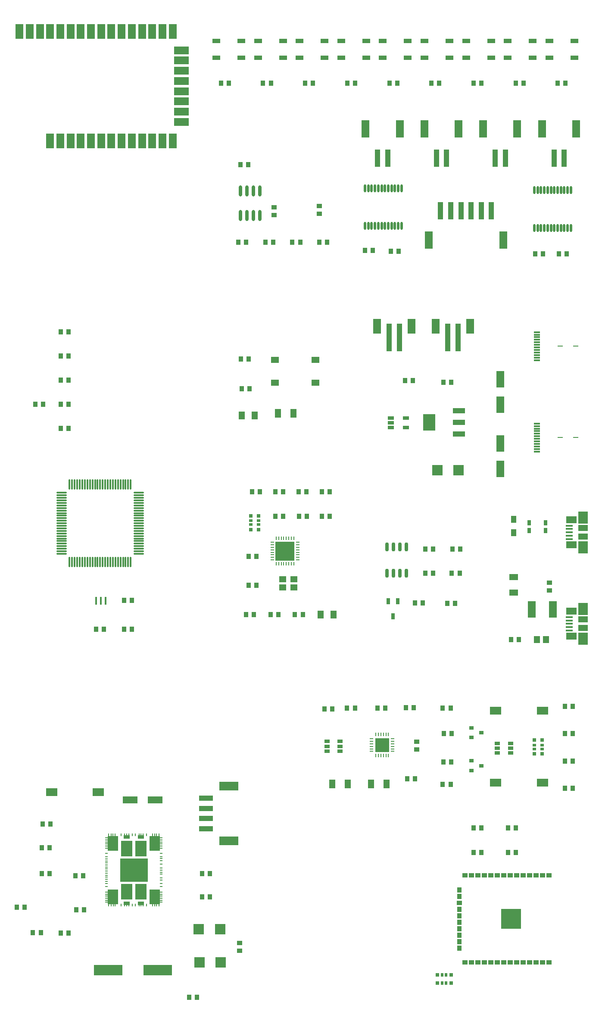
<source format=gtp>
G04*
G04 #@! TF.GenerationSoftware,Altium Limited,Altium Designer,20.0.9 (164)*
G04*
G04 Layer_Color=8421504*
%FSLAX25Y25*%
%MOIN*%
G70*
G01*
G75*
%ADD22R,0.03661X0.03858*%
%ADD23R,0.03858X0.03661*%
%ADD24R,0.05906X0.03543*%
%ADD25R,0.06000X0.11200*%
%ADD26R,0.11200X0.06000*%
%ADD27R,0.07874X0.07874*%
%ADD28R,0.22441X0.07874*%
%ADD29R,0.21654X0.18465*%
%ADD30R,0.09134X0.11929*%
%ADD31R,0.08465X0.11221*%
%ADD32O,0.00787X0.02362*%
%ADD33O,0.02362X0.00787*%
%ADD34R,0.04567X0.02717*%
%ADD35R,0.10630X0.03937*%
%ADD36R,0.14961X0.07087*%
%ADD37R,0.08661X0.06299*%
%ADD38R,0.08583X0.06299*%
%ADD39R,0.11221X0.05512*%
%ADD40O,0.02362X0.08661*%
%ADD41R,0.05906X0.13386*%
%ADD42R,0.03937X0.13780*%
%ADD43O,0.01772X0.06299*%
%ADD44R,0.06299X0.11811*%
%ADD45R,0.03937X0.21654*%
%ADD46O,0.08268X0.01181*%
%ADD47O,0.01181X0.08268*%
%ADD48R,0.05906X0.12598*%
%ADD49R,0.09449X0.03937*%
%ADD50R,0.09449X0.12992*%
%ADD51R,0.06299X0.12598*%
%ADD52R,0.07480X0.04626*%
%ADD53R,0.07480X0.09350*%
%ADD54R,0.08268X0.05807*%
%ADD55R,0.05433X0.01772*%
%ADD56R,0.02992X0.04016*%
%ADD57R,0.07087X0.04921*%
%ADD58R,0.03937X0.05512*%
%ADD59R,0.04567X0.05787*%
G04:AMPARAMS|DCode=60|XSize=25.59mil|YSize=47.24mil|CornerRadius=1.92mil|HoleSize=0mil|Usage=FLASHONLY|Rotation=90.000|XOffset=0mil|YOffset=0mil|HoleType=Round|Shape=RoundedRectangle|*
%AMROUNDEDRECTD60*
21,1,0.02559,0.04341,0,0,90.0*
21,1,0.02175,0.04724,0,0,90.0*
1,1,0.00384,0.02170,0.01088*
1,1,0.00384,0.02170,-0.01088*
1,1,0.00384,-0.02170,-0.01088*
1,1,0.00384,-0.02170,0.01088*
%
%ADD60ROUNDEDRECTD60*%
%ADD61R,0.03937X0.03740*%
%ADD62R,0.03740X0.03937*%
%ADD63R,0.15748X0.15748*%
%ADD64R,0.04724X0.01181*%
%ADD65R,0.03937X0.00787*%
%ADD66R,0.02953X0.03150*%
%ADD67R,0.02284X0.03150*%
%ADD68R,0.03898X0.02717*%
%ADD69R,0.02559X0.04528*%
%ADD70R,0.03150X0.02953*%
%ADD71R,0.03150X0.02284*%
%ADD72O,0.02756X0.07087*%
%ADD73R,0.14567X0.14567*%
%ADD74O,0.00787X0.02953*%
%ADD75O,0.02953X0.00787*%
%ADD76R,0.10551X0.10551*%
%ADD77O,0.03150X0.00787*%
%ADD78O,0.00787X0.03150*%
%ADD79R,0.05512X0.04528*%
%ADD80R,0.04921X0.07087*%
%ADD81R,0.04724X0.05906*%
%ADD82R,0.03543X0.03150*%
%ADD83R,0.06102X0.05118*%
%ADD84R,0.01181X0.06299*%
D22*
X782468Y510500D02*
D03*
X788531D02*
D03*
X929312Y1000500D02*
D03*
X935375D02*
D03*
X960094Y1123500D02*
D03*
X966157D02*
D03*
X927531D02*
D03*
X933594D02*
D03*
X894969D02*
D03*
X901032D02*
D03*
X771000Y466000D02*
D03*
X777063D02*
D03*
X1057781Y1123500D02*
D03*
X1063844D02*
D03*
X1025219D02*
D03*
X1031282D02*
D03*
X992656D02*
D03*
X998719D02*
D03*
X736969Y486000D02*
D03*
X743032D02*
D03*
X749500Y466500D02*
D03*
X755563D02*
D03*
X870469Y416500D02*
D03*
X876532D02*
D03*
X1155469Y1123500D02*
D03*
X1161532D02*
D03*
X1122906D02*
D03*
X1128969D02*
D03*
X1090344D02*
D03*
X1096407D02*
D03*
X789063Y484000D02*
D03*
X783000D02*
D03*
X756469Y532000D02*
D03*
X762532D02*
D03*
X762500Y512000D02*
D03*
X756437D02*
D03*
X886531Y494000D02*
D03*
X880468D02*
D03*
X886531Y512000D02*
D03*
X880468D02*
D03*
X756969Y550500D02*
D03*
X763032D02*
D03*
X956219Y1000500D02*
D03*
X950156D02*
D03*
X916031Y1060500D02*
D03*
X909968D02*
D03*
X914531Y1000500D02*
D03*
X908468D02*
D03*
X977063D02*
D03*
X971000D02*
D03*
X1137969Y991500D02*
D03*
X1144032D02*
D03*
X1006469Y994000D02*
D03*
X1012532D02*
D03*
X979031Y807500D02*
D03*
X972968D02*
D03*
X1162531Y991500D02*
D03*
X1156468D02*
D03*
X1026469Y993500D02*
D03*
X1032532D02*
D03*
X972937Y788362D02*
D03*
X979000D02*
D03*
X1073031Y892000D02*
D03*
X1066968D02*
D03*
X954958Y807500D02*
D03*
X961021D02*
D03*
X770969Y856500D02*
D03*
X777032D02*
D03*
X770969Y931000D02*
D03*
X777032D02*
D03*
X770969Y912375D02*
D03*
X777032D02*
D03*
X770969Y893750D02*
D03*
X777032D02*
D03*
X770969Y875125D02*
D03*
X777032D02*
D03*
X1119469Y693000D02*
D03*
X1125532D02*
D03*
X1043531Y893500D02*
D03*
X1037468D02*
D03*
X1038992Y585500D02*
D03*
X1045055D02*
D03*
X1037992Y640500D02*
D03*
X1044055D02*
D03*
X1073500Y744500D02*
D03*
X1079563D02*
D03*
X1066492Y640000D02*
D03*
X1072555D02*
D03*
X1052969Y744500D02*
D03*
X1059032D02*
D03*
X1073937Y763000D02*
D03*
X1080000D02*
D03*
X1053043Y762890D02*
D03*
X1059106D02*
D03*
X1072555Y581000D02*
D03*
X1066492D02*
D03*
X757531Y875000D02*
D03*
X751468D02*
D03*
X1117000Y528500D02*
D03*
X1123063D02*
D03*
X1090469Y547500D02*
D03*
X1096532D02*
D03*
X922531Y757500D02*
D03*
X916468D02*
D03*
X1116969Y547500D02*
D03*
X1123032D02*
D03*
X1096531Y528500D02*
D03*
X1090468D02*
D03*
X1076031Y721000D02*
D03*
X1069968D02*
D03*
X922531Y735000D02*
D03*
X916468D02*
D03*
X1044969Y721500D02*
D03*
X1051032D02*
D03*
X943010Y807500D02*
D03*
X936947D02*
D03*
X1161024Y578000D02*
D03*
X1167087D02*
D03*
X943031Y788362D02*
D03*
X936968D02*
D03*
X826031Y701000D02*
D03*
X819968D02*
D03*
X1161024Y599000D02*
D03*
X1167087D02*
D03*
X955437Y788362D02*
D03*
X961500D02*
D03*
X925000Y807500D02*
D03*
X918937D02*
D03*
X826031Y723500D02*
D03*
X819968D02*
D03*
X1022055Y640000D02*
D03*
X1015992D02*
D03*
X958269Y712264D02*
D03*
X952206D02*
D03*
X1161024Y620500D02*
D03*
X1167087D02*
D03*
X916531Y910000D02*
D03*
X910468D02*
D03*
X1073055Y598500D02*
D03*
X1066992D02*
D03*
X1161024Y641500D02*
D03*
X1167087D02*
D03*
X981024Y639500D02*
D03*
X974961D02*
D03*
X910969Y887000D02*
D03*
X917032D02*
D03*
X798469Y701000D02*
D03*
X804532D02*
D03*
X933337Y712264D02*
D03*
X939400D02*
D03*
X1073524Y620500D02*
D03*
X1067461D02*
D03*
X998587Y640000D02*
D03*
X992524D02*
D03*
X914469Y712264D02*
D03*
X920532D02*
D03*
D23*
X1046524Y607968D02*
D03*
Y614031D02*
D03*
X909500Y458531D02*
D03*
Y452468D02*
D03*
X936000Y1027531D02*
D03*
Y1021468D02*
D03*
X971000Y1028531D02*
D03*
Y1022468D02*
D03*
X1149000Y737031D02*
D03*
Y730968D02*
D03*
D24*
X955806Y1156154D02*
D03*
Y1143161D02*
D03*
X975097D02*
D03*
Y1156154D02*
D03*
X923607D02*
D03*
Y1143161D02*
D03*
X942898D02*
D03*
Y1156154D02*
D03*
X891408D02*
D03*
Y1143161D02*
D03*
X910699D02*
D03*
Y1156154D02*
D03*
X1052403D02*
D03*
Y1143161D02*
D03*
X1071694D02*
D03*
Y1156154D02*
D03*
X1020204D02*
D03*
Y1143161D02*
D03*
X1039495D02*
D03*
Y1156154D02*
D03*
X988005D02*
D03*
Y1143161D02*
D03*
X1007296D02*
D03*
Y1156154D02*
D03*
X1149000D02*
D03*
Y1143161D02*
D03*
X1168291D02*
D03*
Y1156154D02*
D03*
X1116801D02*
D03*
Y1143161D02*
D03*
X1136092D02*
D03*
Y1156154D02*
D03*
X1084602D02*
D03*
Y1143161D02*
D03*
X1103893D02*
D03*
Y1156154D02*
D03*
D25*
X739100Y1163300D02*
D03*
X747000D02*
D03*
X754900D02*
D03*
X762800D02*
D03*
X770700D02*
D03*
X778600D02*
D03*
X786500D02*
D03*
X794400D02*
D03*
X802300D02*
D03*
X810200D02*
D03*
X818100D02*
D03*
X826000D02*
D03*
X833900D02*
D03*
X841800D02*
D03*
X849700D02*
D03*
X857600D02*
D03*
Y1078700D02*
D03*
X849700D02*
D03*
X841800D02*
D03*
X833900D02*
D03*
X826000D02*
D03*
X818100D02*
D03*
X810200D02*
D03*
X802300D02*
D03*
X794400D02*
D03*
X786500D02*
D03*
X778600D02*
D03*
X770700D02*
D03*
X762800D02*
D03*
D26*
X864500Y1148800D02*
D03*
Y1140900D02*
D03*
Y1133000D02*
D03*
Y1125100D02*
D03*
Y1117200D02*
D03*
Y1109300D02*
D03*
Y1101400D02*
D03*
Y1093500D02*
D03*
D27*
X877732Y469000D02*
D03*
X894268D02*
D03*
X878232Y443500D02*
D03*
X894768D02*
D03*
X1062232Y824000D02*
D03*
X1078768D02*
D03*
D28*
X846000Y437500D02*
D03*
X807811D02*
D03*
D29*
X827567Y514772D02*
D03*
D30*
X822134Y498000D02*
D03*
X833000D02*
D03*
Y531543D02*
D03*
X822134D02*
D03*
D31*
X843650Y494083D02*
D03*
Y535461D02*
D03*
X811484D02*
D03*
Y494083D02*
D03*
D32*
X808158Y541937D02*
D03*
X810008D02*
D03*
X811543D02*
D03*
X813158D02*
D03*
X817685D02*
D03*
X826307D02*
D03*
X828827D02*
D03*
X837449D02*
D03*
X841976D02*
D03*
X843551D02*
D03*
X845126D02*
D03*
X846976D02*
D03*
Y487606D02*
D03*
X845165D02*
D03*
X843591D02*
D03*
X842016D02*
D03*
X837488D02*
D03*
X828827D02*
D03*
X826347D02*
D03*
X817685D02*
D03*
X813158D02*
D03*
X811583D02*
D03*
X810008D02*
D03*
X808158D02*
D03*
X820441D02*
D03*
X822016D02*
D03*
X823591D02*
D03*
X831583D02*
D03*
X833158D02*
D03*
X834732D02*
D03*
X820402Y541937D02*
D03*
X821976D02*
D03*
X823591D02*
D03*
X831583D02*
D03*
X833158D02*
D03*
X834732D02*
D03*
D33*
X848827Y539653D02*
D03*
Y538079D02*
D03*
Y536504D02*
D03*
Y534929D02*
D03*
Y533354D02*
D03*
Y531779D02*
D03*
Y527646D02*
D03*
Y525205D02*
D03*
Y523630D02*
D03*
Y522055D02*
D03*
Y519220D02*
D03*
Y516346D02*
D03*
Y514772D02*
D03*
Y513197D02*
D03*
Y511622D02*
D03*
Y508748D02*
D03*
Y507173D02*
D03*
Y504339D02*
D03*
Y501898D02*
D03*
Y497764D02*
D03*
Y496189D02*
D03*
Y494614D02*
D03*
Y493039D02*
D03*
Y491465D02*
D03*
Y489890D02*
D03*
X806307D02*
D03*
Y491465D02*
D03*
Y493039D02*
D03*
Y494614D02*
D03*
Y496189D02*
D03*
Y497764D02*
D03*
Y501898D02*
D03*
Y504339D02*
D03*
Y506110D02*
D03*
Y507685D02*
D03*
Y509260D02*
D03*
Y510835D02*
D03*
Y512409D02*
D03*
Y513984D02*
D03*
Y515559D02*
D03*
Y517134D02*
D03*
Y518709D02*
D03*
Y520283D02*
D03*
Y521858D02*
D03*
Y523433D02*
D03*
Y525205D02*
D03*
Y527646D02*
D03*
Y531779D02*
D03*
Y533354D02*
D03*
Y534929D02*
D03*
Y536504D02*
D03*
Y538079D02*
D03*
Y539653D02*
D03*
D34*
X822016Y540539D02*
D03*
X833118D02*
D03*
Y489004D02*
D03*
X822016D02*
D03*
D35*
X883496Y562437D02*
D03*
Y570311D02*
D03*
Y554563D02*
D03*
Y546689D02*
D03*
D36*
X901016Y579563D02*
D03*
Y537437D02*
D03*
D37*
X763909Y575000D02*
D03*
X1143614Y638000D02*
D03*
Y582500D02*
D03*
D38*
X800091Y575000D02*
D03*
X1107433Y638000D02*
D03*
Y582500D02*
D03*
D39*
X844146Y569000D02*
D03*
X824854D02*
D03*
D40*
X925000Y1039949D02*
D03*
X920000D02*
D03*
X915000D02*
D03*
X910000D02*
D03*
X925000Y1021051D02*
D03*
X920000D02*
D03*
X915000D02*
D03*
X910000D02*
D03*
D41*
X1113437Y1002181D02*
D03*
X1055563D02*
D03*
X1143311Y1088138D02*
D03*
X1169689D02*
D03*
X1052353D02*
D03*
X1078731D02*
D03*
X1097832D02*
D03*
X1124210D02*
D03*
X1006874D02*
D03*
X1033252D02*
D03*
D42*
X1104185Y1024819D02*
D03*
X1096311Y1024819D02*
D03*
X1088437D02*
D03*
X1064815D02*
D03*
X1072689D02*
D03*
X1080563D02*
D03*
X1152563Y1065500D02*
D03*
X1160437D02*
D03*
X1061605D02*
D03*
X1069479D02*
D03*
X1107084D02*
D03*
X1114958D02*
D03*
X1016126D02*
D03*
X1024000D02*
D03*
D43*
X1137425Y1011433D02*
D03*
X1139984D02*
D03*
X1142543D02*
D03*
X1145102D02*
D03*
X1147661D02*
D03*
X1150220D02*
D03*
X1152780D02*
D03*
X1155339D02*
D03*
X1157898D02*
D03*
X1160457D02*
D03*
X1163016D02*
D03*
X1165575D02*
D03*
X1137425Y1040567D02*
D03*
X1139984D02*
D03*
X1142543D02*
D03*
X1145102D02*
D03*
X1147661D02*
D03*
X1150220D02*
D03*
X1152780D02*
D03*
X1155339D02*
D03*
X1157898D02*
D03*
X1160457D02*
D03*
X1163016D02*
D03*
X1165575D02*
D03*
X1006425Y1012933D02*
D03*
X1008984D02*
D03*
X1011543D02*
D03*
X1014102D02*
D03*
X1016661D02*
D03*
X1019220D02*
D03*
X1021780D02*
D03*
X1024339D02*
D03*
X1026898D02*
D03*
X1029457D02*
D03*
X1032016D02*
D03*
X1034575D02*
D03*
X1006425Y1042067D02*
D03*
X1008984D02*
D03*
X1011543D02*
D03*
X1014102D02*
D03*
X1016661D02*
D03*
X1019220D02*
D03*
X1021780D02*
D03*
X1024339D02*
D03*
X1026898D02*
D03*
X1029457D02*
D03*
X1032016D02*
D03*
X1034575D02*
D03*
D44*
X1061000Y935500D02*
D03*
X1087772D02*
D03*
X1015614D02*
D03*
X1042386D02*
D03*
D45*
X1070449Y926642D02*
D03*
X1078323D02*
D03*
X1025063D02*
D03*
X1032937D02*
D03*
D46*
X771579Y806622D02*
D03*
Y804654D02*
D03*
Y802685D02*
D03*
Y800717D02*
D03*
Y798748D02*
D03*
Y796780D02*
D03*
Y794811D02*
D03*
Y792843D02*
D03*
Y790874D02*
D03*
Y788906D02*
D03*
Y786937D02*
D03*
Y784969D02*
D03*
Y783000D02*
D03*
Y781032D02*
D03*
Y779063D02*
D03*
Y777094D02*
D03*
Y775126D02*
D03*
Y773157D02*
D03*
Y771189D02*
D03*
Y769220D02*
D03*
Y767252D02*
D03*
Y765283D02*
D03*
Y763315D02*
D03*
Y761346D02*
D03*
Y759378D02*
D03*
X831421D02*
D03*
Y761346D02*
D03*
Y763315D02*
D03*
Y765283D02*
D03*
Y767252D02*
D03*
Y769220D02*
D03*
Y771189D02*
D03*
Y773157D02*
D03*
Y775126D02*
D03*
Y777094D02*
D03*
Y779063D02*
D03*
Y781032D02*
D03*
Y783000D02*
D03*
Y784969D02*
D03*
Y786937D02*
D03*
Y788906D02*
D03*
Y790874D02*
D03*
Y792843D02*
D03*
Y794811D02*
D03*
Y796780D02*
D03*
Y798748D02*
D03*
Y800717D02*
D03*
Y802685D02*
D03*
Y804654D02*
D03*
Y806622D02*
D03*
D47*
X777878Y753079D02*
D03*
X779846D02*
D03*
X781815D02*
D03*
X783783D02*
D03*
X785752D02*
D03*
X787720D02*
D03*
X789689D02*
D03*
X791657D02*
D03*
X793626D02*
D03*
X795594D02*
D03*
X797563D02*
D03*
X799532D02*
D03*
X801500D02*
D03*
X803469D02*
D03*
X805437D02*
D03*
X807406D02*
D03*
X809374D02*
D03*
X811343D02*
D03*
X813311D02*
D03*
X815280D02*
D03*
X817248D02*
D03*
X819217D02*
D03*
X821185D02*
D03*
X823154D02*
D03*
X825122D02*
D03*
Y812921D02*
D03*
X823154D02*
D03*
X821185D02*
D03*
X819217D02*
D03*
X817248D02*
D03*
X815280D02*
D03*
X813311D02*
D03*
X811343D02*
D03*
X809374D02*
D03*
X807406D02*
D03*
X805437D02*
D03*
X803469D02*
D03*
X801500D02*
D03*
X799532D02*
D03*
X797563D02*
D03*
X795594D02*
D03*
X793626D02*
D03*
X791657D02*
D03*
X789689D02*
D03*
X787720D02*
D03*
X785752D02*
D03*
X783783D02*
D03*
X781815D02*
D03*
X779846D02*
D03*
X777878D02*
D03*
D48*
X1151768Y716500D02*
D03*
X1135232D02*
D03*
D49*
X1078917Y851945D02*
D03*
Y861000D02*
D03*
Y870055D02*
D03*
D50*
X1056083Y861000D02*
D03*
D51*
X1111000Y844843D02*
D03*
Y825157D02*
D03*
Y874657D02*
D03*
Y894343D02*
D03*
D52*
X1175000Y779283D02*
D03*
Y772688D02*
D03*
Y708594D02*
D03*
Y702000D02*
D03*
D53*
Y787452D02*
D03*
Y764519D02*
D03*
Y716764D02*
D03*
Y693831D02*
D03*
D54*
X1165945Y785680D02*
D03*
Y766291D02*
D03*
Y714992D02*
D03*
Y695602D02*
D03*
D55*
X1164528Y781104D02*
D03*
Y778545D02*
D03*
Y775985D02*
D03*
Y773426D02*
D03*
Y770867D02*
D03*
Y710415D02*
D03*
Y707856D02*
D03*
Y705297D02*
D03*
Y702738D02*
D03*
Y700179D02*
D03*
D56*
X1133468Y783484D02*
D03*
Y777500D02*
D03*
X1146000Y783484D02*
D03*
Y777500D02*
D03*
D57*
X1121500Y741504D02*
D03*
Y729496D02*
D03*
D58*
Y785886D02*
D03*
Y775650D02*
D03*
D59*
X1146500Y693000D02*
D03*
X1139492D02*
D03*
D60*
X1038000Y864500D02*
D03*
Y857020D02*
D03*
X1026386D02*
D03*
Y860760D02*
D03*
Y864500D02*
D03*
D61*
X1148567Y510760D02*
D03*
X1143567D02*
D03*
X1138567D02*
D03*
X1133567D02*
D03*
X1128567D02*
D03*
X1123567D02*
D03*
X1118567D02*
D03*
X1113567D02*
D03*
X1108567D02*
D03*
X1103567D02*
D03*
X1098567D02*
D03*
X1093567D02*
D03*
X1088567D02*
D03*
X1083567D02*
D03*
X1079433Y489500D02*
D03*
X1083567Y443240D02*
D03*
X1088567D02*
D03*
X1093567D02*
D03*
X1098567D02*
D03*
X1103567D02*
D03*
X1108567D02*
D03*
X1113567D02*
D03*
X1118567D02*
D03*
X1123567D02*
D03*
X1128567D02*
D03*
X1133567D02*
D03*
X1138567D02*
D03*
X1143567D02*
D03*
X1148567D02*
D03*
D62*
X1079433Y499500D02*
D03*
Y494500D02*
D03*
Y484500D02*
D03*
Y479500D02*
D03*
Y474500D02*
D03*
Y469500D02*
D03*
Y464500D02*
D03*
Y459500D02*
D03*
Y454500D02*
D03*
D63*
X1119492Y477000D02*
D03*
D64*
X1139264Y860138D02*
D03*
Y858170D02*
D03*
Y856201D02*
D03*
Y854233D02*
D03*
Y852264D02*
D03*
Y850296D02*
D03*
Y848327D02*
D03*
Y846359D02*
D03*
Y844390D02*
D03*
Y842422D02*
D03*
Y840453D02*
D03*
Y838485D02*
D03*
Y930827D02*
D03*
Y928858D02*
D03*
Y926890D02*
D03*
Y924921D02*
D03*
Y922953D02*
D03*
Y920984D02*
D03*
Y919016D02*
D03*
Y917047D02*
D03*
Y915079D02*
D03*
Y913110D02*
D03*
Y911142D02*
D03*
Y909173D02*
D03*
D65*
X1169500Y849312D02*
D03*
X1157295D02*
D03*
X1169500Y920000D02*
D03*
X1157295D02*
D03*
D66*
X1072890Y433563D02*
D03*
Y427500D02*
D03*
X1062260Y433563D02*
D03*
Y427500D02*
D03*
D67*
X1069150Y433563D02*
D03*
Y427500D02*
D03*
X1066000Y433563D02*
D03*
Y427500D02*
D03*
D68*
X987122Y614240D02*
D03*
Y610500D02*
D03*
Y606760D02*
D03*
X976925D02*
D03*
Y610500D02*
D03*
Y614240D02*
D03*
X1119024Y612740D02*
D03*
Y609000D02*
D03*
Y605260D02*
D03*
X1108827D02*
D03*
Y609000D02*
D03*
Y612740D02*
D03*
D69*
X1031740Y722807D02*
D03*
X1024260D02*
D03*
X1028000Y711193D02*
D03*
D70*
X918063Y788815D02*
D03*
X924126D02*
D03*
X918063Y778185D02*
D03*
X924126D02*
D03*
X1137461Y615240D02*
D03*
X1143524D02*
D03*
X1137461Y604610D02*
D03*
X1143524D02*
D03*
D71*
X918063Y785075D02*
D03*
X924126D02*
D03*
X918063Y781925D02*
D03*
X924126D02*
D03*
X1137461Y611500D02*
D03*
X1143524D02*
D03*
X1137461Y608350D02*
D03*
X1143524D02*
D03*
D72*
X1038500Y764736D02*
D03*
X1033500D02*
D03*
X1028500D02*
D03*
X1023500D02*
D03*
X1038500Y744264D02*
D03*
X1033500D02*
D03*
X1028500D02*
D03*
X1023500D02*
D03*
D73*
X944500Y761500D02*
D03*
D74*
X937610Y771441D02*
D03*
X939579D02*
D03*
X941547D02*
D03*
X943516D02*
D03*
X945484D02*
D03*
X947453D02*
D03*
X949421D02*
D03*
X951390D02*
D03*
Y751559D02*
D03*
X949421D02*
D03*
X947453D02*
D03*
X945484D02*
D03*
X943516D02*
D03*
X941547D02*
D03*
X939579D02*
D03*
X937610D02*
D03*
D75*
X954441Y768390D02*
D03*
Y766421D02*
D03*
Y764453D02*
D03*
Y762484D02*
D03*
Y760516D02*
D03*
Y758547D02*
D03*
Y756579D02*
D03*
Y754610D02*
D03*
X934559D02*
D03*
Y756579D02*
D03*
Y758547D02*
D03*
Y760516D02*
D03*
Y762484D02*
D03*
Y764453D02*
D03*
Y766421D02*
D03*
Y768390D02*
D03*
D76*
X1019595Y611484D02*
D03*
D77*
X1011524Y606563D02*
D03*
Y608532D02*
D03*
Y610500D02*
D03*
Y612469D02*
D03*
Y614437D02*
D03*
Y616406D02*
D03*
X1027665D02*
D03*
Y614437D02*
D03*
Y612469D02*
D03*
Y610500D02*
D03*
Y608532D02*
D03*
Y606563D02*
D03*
D78*
X1014673Y619555D02*
D03*
X1016642D02*
D03*
X1018610D02*
D03*
X1020579D02*
D03*
X1022547D02*
D03*
X1024516D02*
D03*
Y603413D02*
D03*
X1022547D02*
D03*
X1020579D02*
D03*
X1018610D02*
D03*
X1016642D02*
D03*
X1014673D02*
D03*
D79*
X951331Y733350D02*
D03*
X942669Y739650D02*
D03*
Y733350D02*
D03*
X951331Y739650D02*
D03*
D80*
X981020Y581500D02*
D03*
X993028D02*
D03*
X1011020D02*
D03*
X1023028D02*
D03*
X951000Y868000D02*
D03*
X938992D02*
D03*
D81*
X972000Y712500D02*
D03*
X982039D02*
D03*
X910980Y866500D02*
D03*
X921020D02*
D03*
D82*
X1088587Y624740D02*
D03*
Y617260D02*
D03*
X1096461Y621000D02*
D03*
X1088587Y599240D02*
D03*
Y591760D02*
D03*
X1096461Y595500D02*
D03*
D83*
X936850Y909358D02*
D03*
Y891642D02*
D03*
X968150Y909358D02*
D03*
Y891642D02*
D03*
D84*
X805740Y723000D02*
D03*
X802000D02*
D03*
X798260D02*
D03*
M02*

</source>
